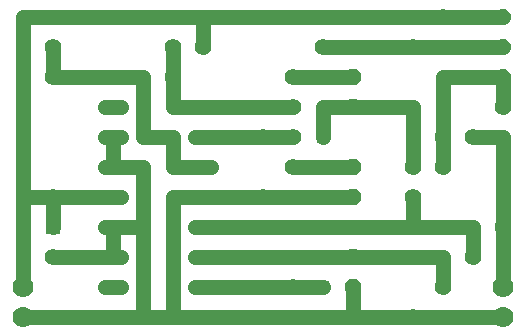
<source format=gbl>
G75*
%MOIN*%
%OFA0B0*%
%FSLAX25Y25*%
%IPPOS*%
%LPD*%
%AMOC8*
5,1,8,0,0,1.08239X$1,22.5*
%
%ADD10C,0.05543*%
%ADD11R,0.04756X0.04756*%
%ADD12OC8,0.05200*%
%ADD13C,0.07000*%
%ADD14C,0.05150*%
%ADD15OC8,0.05150*%
%ADD16C,0.05000*%
%ADD17R,0.03962X0.03962*%
D10*
X0070837Y0095661D03*
X0070837Y0115661D03*
X0070837Y0155661D03*
X0070837Y0165661D03*
X0110837Y0165661D03*
X0120837Y0165661D03*
X0110837Y0155661D03*
X0140837Y0135661D03*
X0150837Y0135661D03*
X0150837Y0145661D03*
X0150837Y0155661D03*
X0160837Y0165661D03*
X0190837Y0165661D03*
X0200837Y0175661D03*
X0220837Y0145661D03*
X0210837Y0135661D03*
X0200837Y0135661D03*
X0200837Y0125661D03*
X0190837Y0125661D03*
X0190837Y0115661D03*
X0210837Y0095661D03*
X0200837Y0085661D03*
X0190837Y0075661D03*
X0150837Y0085661D03*
X0140837Y0115661D03*
X0150837Y0125661D03*
X0220837Y0105661D03*
D11*
X0070837Y0105661D03*
D12*
X0170837Y0095661D03*
X0170837Y0085661D03*
X0170837Y0115661D03*
X0170837Y0125661D03*
X0170837Y0145661D03*
X0170837Y0155661D03*
D13*
X0060837Y0075661D03*
X0060837Y0085661D03*
X0220837Y0085661D03*
X0220837Y0075661D03*
D14*
X0123412Y0085661D02*
X0118263Y0085661D01*
X0118263Y0095661D02*
X0123412Y0095661D01*
X0123412Y0105661D02*
X0118263Y0105661D01*
X0118263Y0115661D02*
X0123412Y0115661D01*
X0123412Y0125661D02*
X0118263Y0125661D01*
X0118263Y0135661D02*
X0123412Y0135661D01*
X0123412Y0145661D02*
X0118263Y0145661D01*
X0093412Y0145661D02*
X0088263Y0145661D01*
X0088263Y0135661D02*
X0093412Y0135661D01*
X0093412Y0125661D02*
X0088263Y0125661D01*
X0088263Y0115661D02*
X0093412Y0115661D01*
X0093412Y0105661D02*
X0088263Y0105661D01*
X0088263Y0095661D02*
X0093412Y0095661D01*
X0093412Y0085661D02*
X0088263Y0085661D01*
D15*
X0220837Y0155661D03*
X0220837Y0165661D03*
X0220837Y0175661D03*
D16*
X0200837Y0175661D01*
X0120837Y0175661D01*
X0120837Y0165661D01*
X0110837Y0165661D02*
X0110837Y0155661D01*
X0110837Y0145661D01*
X0150837Y0145661D01*
X0150837Y0135661D02*
X0140837Y0135661D01*
X0120837Y0135661D01*
X0110837Y0135661D02*
X0100837Y0135661D01*
X0100837Y0155661D01*
X0070837Y0155661D01*
X0070837Y0165661D01*
X0060837Y0175661D02*
X0120837Y0175661D01*
X0150837Y0155661D02*
X0170837Y0155661D01*
X0170837Y0145661D02*
X0160837Y0145661D01*
X0160837Y0135661D01*
X0170837Y0145661D02*
X0190837Y0145661D01*
X0190837Y0125661D01*
X0200837Y0125661D02*
X0200837Y0135661D01*
X0200837Y0155661D01*
X0220837Y0155661D01*
X0220837Y0145661D01*
X0220837Y0135661D02*
X0210837Y0135661D01*
X0220837Y0135661D02*
X0220837Y0085661D01*
X0220837Y0105661D01*
X0210837Y0105661D02*
X0210837Y0095661D01*
X0200837Y0095661D02*
X0170837Y0095661D01*
X0120837Y0095661D01*
X0120837Y0085661D02*
X0150837Y0085661D01*
X0160837Y0085661D01*
X0170837Y0085661D02*
X0170837Y0075661D01*
X0190837Y0075661D01*
X0110837Y0075661D01*
X0110837Y0115661D01*
X0140837Y0115661D01*
X0120837Y0115661D01*
X0120837Y0105661D02*
X0190837Y0105661D01*
X0190837Y0115661D01*
X0190837Y0105661D02*
X0210837Y0105661D01*
X0200837Y0095661D02*
X0200837Y0085661D01*
X0190837Y0075661D02*
X0220837Y0075661D01*
X0170837Y0075661D02*
X0110837Y0075661D01*
X0100837Y0075661D01*
X0060837Y0075661D01*
X0060837Y0085661D02*
X0060837Y0115661D01*
X0060837Y0175661D01*
X0090837Y0135661D02*
X0090837Y0125661D01*
X0100837Y0125661D01*
X0100837Y0105661D01*
X0090837Y0105661D01*
X0090837Y0095661D01*
X0070837Y0095661D01*
X0070837Y0105661D02*
X0070837Y0115661D01*
X0060837Y0115661D01*
X0070837Y0115661D02*
X0090837Y0115661D01*
X0100837Y0105661D02*
X0100837Y0075661D01*
X0140837Y0115661D02*
X0170837Y0115661D01*
X0170837Y0125661D02*
X0150837Y0125661D01*
X0120837Y0125661D02*
X0110837Y0125661D01*
X0110837Y0135661D01*
X0160837Y0165661D02*
X0190837Y0165661D01*
X0220837Y0165661D01*
D17*
X0160837Y0135661D03*
X0160837Y0085661D03*
M02*

</source>
